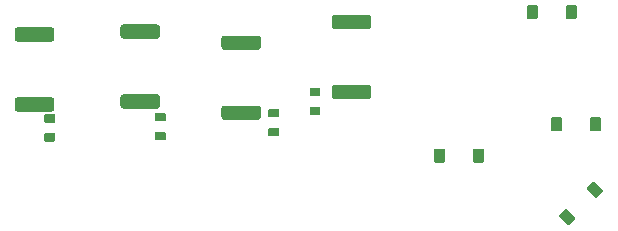
<source format=gbp>
G04 #@! TF.GenerationSoftware,KiCad,Pcbnew,7.0.9-7.0.9~ubuntu22.04.1*
G04 #@! TF.CreationDate,2023-12-28T07:52:06+00:00*
G04 #@! TF.ProjectId,uaeficopiedtovfr,75616566-6963-46f7-9069-6564746f7666,rev?*
G04 #@! TF.SameCoordinates,Original*
G04 #@! TF.FileFunction,Paste,Bot*
G04 #@! TF.FilePolarity,Positive*
%FSLAX46Y46*%
G04 Gerber Fmt 4.6, Leading zero omitted, Abs format (unit mm)*
G04 Created by KiCad (PCBNEW 7.0.9-7.0.9~ubuntu22.04.1) date 2023-12-28 07:52:06*
%MOMM*%
%LPD*%
G01*
G04 APERTURE LIST*
G04 APERTURE END LIST*
G04 #@! TO.C,R14*
G36*
G01*
X25575000Y43800000D02*
X22725000Y43800000D01*
G75*
G02*
X22475000Y44050000I0J250000D01*
G01*
X22475000Y44775000D01*
G75*
G02*
X22725000Y45025000I250000J0D01*
G01*
X25575000Y45025000D01*
G75*
G02*
X25825000Y44775000I0J-250000D01*
G01*
X25825000Y44050000D01*
G75*
G02*
X25575000Y43800000I-250000J0D01*
G01*
G37*
G36*
G01*
X25575000Y49725000D02*
X22725000Y49725000D01*
G75*
G02*
X22475000Y49975000I0J250000D01*
G01*
X22475000Y50700000D01*
G75*
G02*
X22725000Y50950000I250000J0D01*
G01*
X25575000Y50950000D01*
G75*
G02*
X25825000Y50700000I0J-250000D01*
G01*
X25825000Y49975000D01*
G75*
G02*
X25575000Y49725000I-250000J0D01*
G01*
G37*
G04 #@! TD*
G04 #@! TO.C,R12*
G36*
G01*
X34925000Y45550000D02*
X32075000Y45550000D01*
G75*
G02*
X31825000Y45800000I0J250000D01*
G01*
X31825000Y46525000D01*
G75*
G02*
X32075000Y46775000I250000J0D01*
G01*
X34925000Y46775000D01*
G75*
G02*
X35175000Y46525000I0J-250000D01*
G01*
X35175000Y45800000D01*
G75*
G02*
X34925000Y45550000I-250000J0D01*
G01*
G37*
G36*
G01*
X34925000Y51475000D02*
X32075000Y51475000D01*
G75*
G02*
X31825000Y51725000I0J250000D01*
G01*
X31825000Y52450000D01*
G75*
G02*
X32075000Y52700000I250000J0D01*
G01*
X34925000Y52700000D01*
G75*
G02*
X35175000Y52450000I0J-250000D01*
G01*
X35175000Y51725000D01*
G75*
G02*
X34925000Y51475000I-250000J0D01*
G01*
G37*
G04 #@! TD*
G04 #@! TO.C,R15*
G36*
G01*
X17690000Y42075000D02*
X16910000Y42075000D01*
G75*
G02*
X16840000Y42145000I0J70000D01*
G01*
X16840000Y42705000D01*
G75*
G02*
X16910000Y42775000I70000J0D01*
G01*
X17690000Y42775000D01*
G75*
G02*
X17760000Y42705000I0J-70000D01*
G01*
X17760000Y42145000D01*
G75*
G02*
X17690000Y42075000I-70000J0D01*
G01*
G37*
G36*
G01*
X17690000Y43675000D02*
X16910000Y43675000D01*
G75*
G02*
X16840000Y43745000I0J70000D01*
G01*
X16840000Y44305000D01*
G75*
G02*
X16910000Y44375000I70000J0D01*
G01*
X17690000Y44375000D01*
G75*
G02*
X17760000Y44305000I0J-70000D01*
G01*
X17760000Y43745000D01*
G75*
G02*
X17690000Y43675000I-70000J0D01*
G01*
G37*
G04 #@! TD*
G04 #@! TO.C,D2*
G36*
G01*
X52545000Y53435000D02*
X52545000Y52415000D01*
G75*
G02*
X52455000Y52325000I-90000J0D01*
G01*
X51735000Y52325000D01*
G75*
G02*
X51645000Y52415000I0J90000D01*
G01*
X51645000Y53435000D01*
G75*
G02*
X51735000Y53525000I90000J0D01*
G01*
X52455000Y53525000D01*
G75*
G02*
X52545000Y53435000I0J-90000D01*
G01*
G37*
G36*
G01*
X49245000Y53435000D02*
X49245000Y52415000D01*
G75*
G02*
X49155000Y52325000I-90000J0D01*
G01*
X48435000Y52325000D01*
G75*
G02*
X48345000Y52415000I0J90000D01*
G01*
X48345000Y53435000D01*
G75*
G02*
X48435000Y53525000I90000J0D01*
G01*
X49155000Y53525000D01*
G75*
G02*
X49245000Y53435000I0J-90000D01*
G01*
G37*
G04 #@! TD*
G04 #@! TO.C,D5*
G36*
G01*
X54062168Y38558417D02*
X54783417Y37837168D01*
G75*
G02*
X54783417Y37709888I-63640J-63640D01*
G01*
X54274300Y37200771D01*
G75*
G02*
X54147020Y37200771I-63640J63640D01*
G01*
X53425771Y37922020D01*
G75*
G02*
X53425771Y38049300I63640J63640D01*
G01*
X53934888Y38558417D01*
G75*
G02*
X54062168Y38558417I63640J-63640D01*
G01*
G37*
G36*
G01*
X51728716Y36224965D02*
X52449965Y35503716D01*
G75*
G02*
X52449965Y35376436I-63640J-63640D01*
G01*
X51940848Y34867319D01*
G75*
G02*
X51813568Y34867319I-63640J63640D01*
G01*
X51092319Y35588568D01*
G75*
G02*
X51092319Y35715848I63640J63640D01*
G01*
X51601436Y36224965D01*
G75*
G02*
X51728716Y36224965I63640J-63640D01*
G01*
G37*
G04 #@! TD*
G04 #@! TO.C,R9*
G36*
G01*
X30790000Y44225000D02*
X30010000Y44225000D01*
G75*
G02*
X29940000Y44295000I0J70000D01*
G01*
X29940000Y44855000D01*
G75*
G02*
X30010000Y44925000I70000J0D01*
G01*
X30790000Y44925000D01*
G75*
G02*
X30860000Y44855000I0J-70000D01*
G01*
X30860000Y44295000D01*
G75*
G02*
X30790000Y44225000I-70000J0D01*
G01*
G37*
G36*
G01*
X30790000Y45825000D02*
X30010000Y45825000D01*
G75*
G02*
X29940000Y45895000I0J70000D01*
G01*
X29940000Y46455000D01*
G75*
G02*
X30010000Y46525000I70000J0D01*
G01*
X30790000Y46525000D01*
G75*
G02*
X30860000Y46455000I0J-70000D01*
G01*
X30860000Y45895000D01*
G75*
G02*
X30790000Y45825000I-70000J0D01*
G01*
G37*
G04 #@! TD*
G04 #@! TO.C,R18*
G36*
G01*
X17025000Y44750000D02*
X14175000Y44750000D01*
G75*
G02*
X13925000Y45000000I0J250000D01*
G01*
X13925000Y45725000D01*
G75*
G02*
X14175000Y45975000I250000J0D01*
G01*
X17025000Y45975000D01*
G75*
G02*
X17275000Y45725000I0J-250000D01*
G01*
X17275000Y45000000D01*
G75*
G02*
X17025000Y44750000I-250000J0D01*
G01*
G37*
G36*
G01*
X17025000Y50675000D02*
X14175000Y50675000D01*
G75*
G02*
X13925000Y50925000I0J250000D01*
G01*
X13925000Y51650000D01*
G75*
G02*
X14175000Y51900000I250000J0D01*
G01*
X17025000Y51900000D01*
G75*
G02*
X17275000Y51650000I0J-250000D01*
G01*
X17275000Y50925000D01*
G75*
G02*
X17025000Y50675000I-250000J0D01*
G01*
G37*
G04 #@! TD*
G04 #@! TO.C,D3*
G36*
G01*
X54600000Y43935000D02*
X54600000Y42915000D01*
G75*
G02*
X54510000Y42825000I-90000J0D01*
G01*
X53790000Y42825000D01*
G75*
G02*
X53700000Y42915000I0J90000D01*
G01*
X53700000Y43935000D01*
G75*
G02*
X53790000Y44025000I90000J0D01*
G01*
X54510000Y44025000D01*
G75*
G02*
X54600000Y43935000I0J-90000D01*
G01*
G37*
G36*
G01*
X51300000Y43935000D02*
X51300000Y42915000D01*
G75*
G02*
X51210000Y42825000I-90000J0D01*
G01*
X50490000Y42825000D01*
G75*
G02*
X50400000Y42915000I0J90000D01*
G01*
X50400000Y43935000D01*
G75*
G02*
X50490000Y44025000I90000J0D01*
G01*
X51210000Y44025000D01*
G75*
G02*
X51300000Y43935000I0J-90000D01*
G01*
G37*
G04 #@! TD*
G04 #@! TO.C,D4*
G36*
G01*
X44695000Y41285000D02*
X44695000Y40265000D01*
G75*
G02*
X44605000Y40175000I-90000J0D01*
G01*
X43885000Y40175000D01*
G75*
G02*
X43795000Y40265000I0J90000D01*
G01*
X43795000Y41285000D01*
G75*
G02*
X43885000Y41375000I90000J0D01*
G01*
X44605000Y41375000D01*
G75*
G02*
X44695000Y41285000I0J-90000D01*
G01*
G37*
G36*
G01*
X41395000Y41285000D02*
X41395000Y40265000D01*
G75*
G02*
X41305000Y40175000I-90000J0D01*
G01*
X40585000Y40175000D01*
G75*
G02*
X40495000Y40265000I0J90000D01*
G01*
X40495000Y41285000D01*
G75*
G02*
X40585000Y41375000I90000J0D01*
G01*
X41305000Y41375000D01*
G75*
G02*
X41395000Y41285000I0J-90000D01*
G01*
G37*
G04 #@! TD*
G04 #@! TO.C,R10*
G36*
G01*
X8340000Y41975000D02*
X7560000Y41975000D01*
G75*
G02*
X7490000Y42045000I0J70000D01*
G01*
X7490000Y42605000D01*
G75*
G02*
X7560000Y42675000I70000J0D01*
G01*
X8340000Y42675000D01*
G75*
G02*
X8410000Y42605000I0J-70000D01*
G01*
X8410000Y42045000D01*
G75*
G02*
X8340000Y41975000I-70000J0D01*
G01*
G37*
G36*
G01*
X8340000Y43575000D02*
X7560000Y43575000D01*
G75*
G02*
X7490000Y43645000I0J70000D01*
G01*
X7490000Y44205000D01*
G75*
G02*
X7560000Y44275000I70000J0D01*
G01*
X8340000Y44275000D01*
G75*
G02*
X8410000Y44205000I0J-70000D01*
G01*
X8410000Y43645000D01*
G75*
G02*
X8340000Y43575000I-70000J0D01*
G01*
G37*
G04 #@! TD*
G04 #@! TO.C,R13*
G36*
G01*
X8075000Y44500000D02*
X5225000Y44500000D01*
G75*
G02*
X4975000Y44750000I0J250000D01*
G01*
X4975000Y45475000D01*
G75*
G02*
X5225000Y45725000I250000J0D01*
G01*
X8075000Y45725000D01*
G75*
G02*
X8325000Y45475000I0J-250000D01*
G01*
X8325000Y44750000D01*
G75*
G02*
X8075000Y44500000I-250000J0D01*
G01*
G37*
G36*
G01*
X8075000Y50425000D02*
X5225000Y50425000D01*
G75*
G02*
X4975000Y50675000I0J250000D01*
G01*
X4975000Y51400000D01*
G75*
G02*
X5225000Y51650000I250000J0D01*
G01*
X8075000Y51650000D01*
G75*
G02*
X8325000Y51400000I0J-250000D01*
G01*
X8325000Y50675000D01*
G75*
G02*
X8075000Y50425000I-250000J0D01*
G01*
G37*
G04 #@! TD*
G04 #@! TO.C,R11*
G36*
G01*
X27290000Y42425000D02*
X26510000Y42425000D01*
G75*
G02*
X26440000Y42495000I0J70000D01*
G01*
X26440000Y43055000D01*
G75*
G02*
X26510000Y43125000I70000J0D01*
G01*
X27290000Y43125000D01*
G75*
G02*
X27360000Y43055000I0J-70000D01*
G01*
X27360000Y42495000D01*
G75*
G02*
X27290000Y42425000I-70000J0D01*
G01*
G37*
G36*
G01*
X27290000Y44025000D02*
X26510000Y44025000D01*
G75*
G02*
X26440000Y44095000I0J70000D01*
G01*
X26440000Y44655000D01*
G75*
G02*
X26510000Y44725000I70000J0D01*
G01*
X27290000Y44725000D01*
G75*
G02*
X27360000Y44655000I0J-70000D01*
G01*
X27360000Y44095000D01*
G75*
G02*
X27290000Y44025000I-70000J0D01*
G01*
G37*
G04 #@! TD*
M02*

</source>
